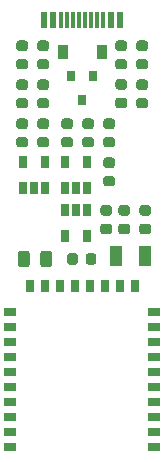
<source format=gbr>
G04 #@! TF.GenerationSoftware,KiCad,Pcbnew,(5.0.0)*
G04 #@! TF.CreationDate,2020-11-30T22:45:23-06:00*
G04 #@! TF.ProjectId,BlueMacro,426C75654D6163726F2E6B696361645F,rev?*
G04 #@! TF.SameCoordinates,Original*
G04 #@! TF.FileFunction,Paste,Top*
G04 #@! TF.FilePolarity,Positive*
%FSLAX46Y46*%
G04 Gerber Fmt 4.6, Leading zero omitted, Abs format (unit mm)*
G04 Created by KiCad (PCBNEW (5.0.0)) date 11/30/20 22:45:23*
%MOMM*%
%LPD*%
G01*
G04 APERTURE LIST*
%ADD10R,0.900000X1.200000*%
%ADD11R,0.300000X1.450000*%
%ADD12R,0.600000X1.450000*%
%ADD13C,0.100000*%
%ADD14C,0.975000*%
%ADD15R,0.800000X0.900000*%
%ADD16R,0.650000X1.060000*%
%ADD17R,1.000000X1.800000*%
%ADD18R,0.650000X1.000000*%
%ADD19R,1.000000X0.650000*%
%ADD20C,0.875000*%
G04 APERTURE END LIST*
D10*
G04 #@! TO.C,D1*
X46610000Y-37084000D03*
X49910000Y-37084000D03*
G04 #@! TD*
D11*
G04 #@! TO.C,J3*
X48510000Y-34365000D03*
X48010000Y-34365000D03*
X47510000Y-34365000D03*
X49010000Y-34365000D03*
X47010000Y-34365000D03*
X49510000Y-34365000D03*
X46510000Y-34365000D03*
X50010000Y-34365000D03*
D12*
X50710000Y-34365000D03*
X45810000Y-34365000D03*
X51485000Y-34365000D03*
X45035000Y-34365000D03*
G04 #@! TD*
D13*
G04 #@! TO.C,L1*
G36*
X43604642Y-53911174D02*
X43628303Y-53914684D01*
X43651507Y-53920496D01*
X43674029Y-53928554D01*
X43695653Y-53938782D01*
X43716170Y-53951079D01*
X43735383Y-53965329D01*
X43753107Y-53981393D01*
X43769171Y-53999117D01*
X43783421Y-54018330D01*
X43795718Y-54038847D01*
X43805946Y-54060471D01*
X43814004Y-54082993D01*
X43819816Y-54106197D01*
X43823326Y-54129858D01*
X43824500Y-54153750D01*
X43824500Y-55066250D01*
X43823326Y-55090142D01*
X43819816Y-55113803D01*
X43814004Y-55137007D01*
X43805946Y-55159529D01*
X43795718Y-55181153D01*
X43783421Y-55201670D01*
X43769171Y-55220883D01*
X43753107Y-55238607D01*
X43735383Y-55254671D01*
X43716170Y-55268921D01*
X43695653Y-55281218D01*
X43674029Y-55291446D01*
X43651507Y-55299504D01*
X43628303Y-55305316D01*
X43604642Y-55308826D01*
X43580750Y-55310000D01*
X43093250Y-55310000D01*
X43069358Y-55308826D01*
X43045697Y-55305316D01*
X43022493Y-55299504D01*
X42999971Y-55291446D01*
X42978347Y-55281218D01*
X42957830Y-55268921D01*
X42938617Y-55254671D01*
X42920893Y-55238607D01*
X42904829Y-55220883D01*
X42890579Y-55201670D01*
X42878282Y-55181153D01*
X42868054Y-55159529D01*
X42859996Y-55137007D01*
X42854184Y-55113803D01*
X42850674Y-55090142D01*
X42849500Y-55066250D01*
X42849500Y-54153750D01*
X42850674Y-54129858D01*
X42854184Y-54106197D01*
X42859996Y-54082993D01*
X42868054Y-54060471D01*
X42878282Y-54038847D01*
X42890579Y-54018330D01*
X42904829Y-53999117D01*
X42920893Y-53981393D01*
X42938617Y-53965329D01*
X42957830Y-53951079D01*
X42978347Y-53938782D01*
X42999971Y-53928554D01*
X43022493Y-53920496D01*
X43045697Y-53914684D01*
X43069358Y-53911174D01*
X43093250Y-53910000D01*
X43580750Y-53910000D01*
X43604642Y-53911174D01*
X43604642Y-53911174D01*
G37*
D14*
X43337000Y-54610000D03*
D13*
G36*
X45479642Y-53911174D02*
X45503303Y-53914684D01*
X45526507Y-53920496D01*
X45549029Y-53928554D01*
X45570653Y-53938782D01*
X45591170Y-53951079D01*
X45610383Y-53965329D01*
X45628107Y-53981393D01*
X45644171Y-53999117D01*
X45658421Y-54018330D01*
X45670718Y-54038847D01*
X45680946Y-54060471D01*
X45689004Y-54082993D01*
X45694816Y-54106197D01*
X45698326Y-54129858D01*
X45699500Y-54153750D01*
X45699500Y-55066250D01*
X45698326Y-55090142D01*
X45694816Y-55113803D01*
X45689004Y-55137007D01*
X45680946Y-55159529D01*
X45670718Y-55181153D01*
X45658421Y-55201670D01*
X45644171Y-55220883D01*
X45628107Y-55238607D01*
X45610383Y-55254671D01*
X45591170Y-55268921D01*
X45570653Y-55281218D01*
X45549029Y-55291446D01*
X45526507Y-55299504D01*
X45503303Y-55305316D01*
X45479642Y-55308826D01*
X45455750Y-55310000D01*
X44968250Y-55310000D01*
X44944358Y-55308826D01*
X44920697Y-55305316D01*
X44897493Y-55299504D01*
X44874971Y-55291446D01*
X44853347Y-55281218D01*
X44832830Y-55268921D01*
X44813617Y-55254671D01*
X44795893Y-55238607D01*
X44779829Y-55220883D01*
X44765579Y-55201670D01*
X44753282Y-55181153D01*
X44743054Y-55159529D01*
X44734996Y-55137007D01*
X44729184Y-55113803D01*
X44725674Y-55090142D01*
X44724500Y-55066250D01*
X44724500Y-54153750D01*
X44725674Y-54129858D01*
X44729184Y-54106197D01*
X44734996Y-54082993D01*
X44743054Y-54060471D01*
X44753282Y-54038847D01*
X44765579Y-54018330D01*
X44779829Y-53999117D01*
X44795893Y-53981393D01*
X44813617Y-53965329D01*
X44832830Y-53951079D01*
X44853347Y-53938782D01*
X44874971Y-53928554D01*
X44897493Y-53920496D01*
X44920697Y-53914684D01*
X44944358Y-53911174D01*
X44968250Y-53910000D01*
X45455750Y-53910000D01*
X45479642Y-53911174D01*
X45479642Y-53911174D01*
G37*
D14*
X45212000Y-54610000D03*
G04 #@! TD*
D15*
G04 #@! TO.C,Q1*
X49210000Y-39132000D03*
X47310000Y-39132000D03*
X48260000Y-41132000D03*
G04 #@! TD*
D16*
G04 #@! TO.C,U1*
X46802000Y-46398000D03*
X48702000Y-46398000D03*
X48702000Y-48598000D03*
X47752000Y-48598000D03*
X46802000Y-48598000D03*
G04 #@! TD*
G04 #@! TO.C,U3*
X48702000Y-50505000D03*
X47752000Y-50505000D03*
X46802000Y-50505000D03*
X46802000Y-52705000D03*
X48702000Y-52705000D03*
G04 #@! TD*
D17*
G04 #@! TO.C,Y1*
X53594000Y-54356000D03*
X51094000Y-54356000D03*
G04 #@! TD*
D18*
G04 #@! TO.C,U2*
X47650000Y-56896000D03*
X43840000Y-56896000D03*
X48920000Y-56896000D03*
X50190000Y-56896000D03*
X51460000Y-56896000D03*
X46380000Y-56896000D03*
X52730000Y-56896000D03*
X45110000Y-56896000D03*
D19*
X42141000Y-59115000D03*
X42141000Y-60385000D03*
X42141000Y-65465000D03*
X42141000Y-61655000D03*
X42141000Y-66735000D03*
X42141000Y-68005000D03*
X42141000Y-69275000D03*
X42141000Y-64195000D03*
X42141000Y-70545000D03*
X42141000Y-62925000D03*
X54379000Y-70545000D03*
X54379000Y-69275000D03*
X54379000Y-68005000D03*
X54379000Y-66735000D03*
X54379000Y-65465000D03*
X54379000Y-64195000D03*
X54379000Y-62925000D03*
X54379000Y-61655000D03*
X54379000Y-60385000D03*
X54379000Y-59115000D03*
G04 #@! TD*
D16*
G04 #@! TO.C,U5*
X43246000Y-48598000D03*
X44196000Y-48598000D03*
X45146000Y-48598000D03*
X45146000Y-46398000D03*
X43246000Y-46398000D03*
G04 #@! TD*
D13*
G04 #@! TO.C,C1*
G36*
X53871691Y-50058553D02*
X53892926Y-50061703D01*
X53913750Y-50066919D01*
X53933962Y-50074151D01*
X53953368Y-50083330D01*
X53971781Y-50094366D01*
X53989024Y-50107154D01*
X54004930Y-50121570D01*
X54019346Y-50137476D01*
X54032134Y-50154719D01*
X54043170Y-50173132D01*
X54052349Y-50192538D01*
X54059581Y-50212750D01*
X54064797Y-50233574D01*
X54067947Y-50254809D01*
X54069000Y-50276250D01*
X54069000Y-50713750D01*
X54067947Y-50735191D01*
X54064797Y-50756426D01*
X54059581Y-50777250D01*
X54052349Y-50797462D01*
X54043170Y-50816868D01*
X54032134Y-50835281D01*
X54019346Y-50852524D01*
X54004930Y-50868430D01*
X53989024Y-50882846D01*
X53971781Y-50895634D01*
X53953368Y-50906670D01*
X53933962Y-50915849D01*
X53913750Y-50923081D01*
X53892926Y-50928297D01*
X53871691Y-50931447D01*
X53850250Y-50932500D01*
X53337750Y-50932500D01*
X53316309Y-50931447D01*
X53295074Y-50928297D01*
X53274250Y-50923081D01*
X53254038Y-50915849D01*
X53234632Y-50906670D01*
X53216219Y-50895634D01*
X53198976Y-50882846D01*
X53183070Y-50868430D01*
X53168654Y-50852524D01*
X53155866Y-50835281D01*
X53144830Y-50816868D01*
X53135651Y-50797462D01*
X53128419Y-50777250D01*
X53123203Y-50756426D01*
X53120053Y-50735191D01*
X53119000Y-50713750D01*
X53119000Y-50276250D01*
X53120053Y-50254809D01*
X53123203Y-50233574D01*
X53128419Y-50212750D01*
X53135651Y-50192538D01*
X53144830Y-50173132D01*
X53155866Y-50154719D01*
X53168654Y-50137476D01*
X53183070Y-50121570D01*
X53198976Y-50107154D01*
X53216219Y-50094366D01*
X53234632Y-50083330D01*
X53254038Y-50074151D01*
X53274250Y-50066919D01*
X53295074Y-50061703D01*
X53316309Y-50058553D01*
X53337750Y-50057500D01*
X53850250Y-50057500D01*
X53871691Y-50058553D01*
X53871691Y-50058553D01*
G37*
D20*
X53594000Y-50495000D03*
D13*
G36*
X53871691Y-51633553D02*
X53892926Y-51636703D01*
X53913750Y-51641919D01*
X53933962Y-51649151D01*
X53953368Y-51658330D01*
X53971781Y-51669366D01*
X53989024Y-51682154D01*
X54004930Y-51696570D01*
X54019346Y-51712476D01*
X54032134Y-51729719D01*
X54043170Y-51748132D01*
X54052349Y-51767538D01*
X54059581Y-51787750D01*
X54064797Y-51808574D01*
X54067947Y-51829809D01*
X54069000Y-51851250D01*
X54069000Y-52288750D01*
X54067947Y-52310191D01*
X54064797Y-52331426D01*
X54059581Y-52352250D01*
X54052349Y-52372462D01*
X54043170Y-52391868D01*
X54032134Y-52410281D01*
X54019346Y-52427524D01*
X54004930Y-52443430D01*
X53989024Y-52457846D01*
X53971781Y-52470634D01*
X53953368Y-52481670D01*
X53933962Y-52490849D01*
X53913750Y-52498081D01*
X53892926Y-52503297D01*
X53871691Y-52506447D01*
X53850250Y-52507500D01*
X53337750Y-52507500D01*
X53316309Y-52506447D01*
X53295074Y-52503297D01*
X53274250Y-52498081D01*
X53254038Y-52490849D01*
X53234632Y-52481670D01*
X53216219Y-52470634D01*
X53198976Y-52457846D01*
X53183070Y-52443430D01*
X53168654Y-52427524D01*
X53155866Y-52410281D01*
X53144830Y-52391868D01*
X53135651Y-52372462D01*
X53128419Y-52352250D01*
X53123203Y-52331426D01*
X53120053Y-52310191D01*
X53119000Y-52288750D01*
X53119000Y-51851250D01*
X53120053Y-51829809D01*
X53123203Y-51808574D01*
X53128419Y-51787750D01*
X53135651Y-51767538D01*
X53144830Y-51748132D01*
X53155866Y-51729719D01*
X53168654Y-51712476D01*
X53183070Y-51696570D01*
X53198976Y-51682154D01*
X53216219Y-51669366D01*
X53234632Y-51658330D01*
X53254038Y-51649151D01*
X53274250Y-51641919D01*
X53295074Y-51636703D01*
X53316309Y-51633553D01*
X53337750Y-51632500D01*
X53850250Y-51632500D01*
X53871691Y-51633553D01*
X53871691Y-51633553D01*
G37*
D20*
X53594000Y-52070000D03*
G04 #@! TD*
D13*
G04 #@! TO.C,C2*
G36*
X52093691Y-51633553D02*
X52114926Y-51636703D01*
X52135750Y-51641919D01*
X52155962Y-51649151D01*
X52175368Y-51658330D01*
X52193781Y-51669366D01*
X52211024Y-51682154D01*
X52226930Y-51696570D01*
X52241346Y-51712476D01*
X52254134Y-51729719D01*
X52265170Y-51748132D01*
X52274349Y-51767538D01*
X52281581Y-51787750D01*
X52286797Y-51808574D01*
X52289947Y-51829809D01*
X52291000Y-51851250D01*
X52291000Y-52288750D01*
X52289947Y-52310191D01*
X52286797Y-52331426D01*
X52281581Y-52352250D01*
X52274349Y-52372462D01*
X52265170Y-52391868D01*
X52254134Y-52410281D01*
X52241346Y-52427524D01*
X52226930Y-52443430D01*
X52211024Y-52457846D01*
X52193781Y-52470634D01*
X52175368Y-52481670D01*
X52155962Y-52490849D01*
X52135750Y-52498081D01*
X52114926Y-52503297D01*
X52093691Y-52506447D01*
X52072250Y-52507500D01*
X51559750Y-52507500D01*
X51538309Y-52506447D01*
X51517074Y-52503297D01*
X51496250Y-52498081D01*
X51476038Y-52490849D01*
X51456632Y-52481670D01*
X51438219Y-52470634D01*
X51420976Y-52457846D01*
X51405070Y-52443430D01*
X51390654Y-52427524D01*
X51377866Y-52410281D01*
X51366830Y-52391868D01*
X51357651Y-52372462D01*
X51350419Y-52352250D01*
X51345203Y-52331426D01*
X51342053Y-52310191D01*
X51341000Y-52288750D01*
X51341000Y-51851250D01*
X51342053Y-51829809D01*
X51345203Y-51808574D01*
X51350419Y-51787750D01*
X51357651Y-51767538D01*
X51366830Y-51748132D01*
X51377866Y-51729719D01*
X51390654Y-51712476D01*
X51405070Y-51696570D01*
X51420976Y-51682154D01*
X51438219Y-51669366D01*
X51456632Y-51658330D01*
X51476038Y-51649151D01*
X51496250Y-51641919D01*
X51517074Y-51636703D01*
X51538309Y-51633553D01*
X51559750Y-51632500D01*
X52072250Y-51632500D01*
X52093691Y-51633553D01*
X52093691Y-51633553D01*
G37*
D20*
X51816000Y-52070000D03*
D13*
G36*
X52093691Y-50058553D02*
X52114926Y-50061703D01*
X52135750Y-50066919D01*
X52155962Y-50074151D01*
X52175368Y-50083330D01*
X52193781Y-50094366D01*
X52211024Y-50107154D01*
X52226930Y-50121570D01*
X52241346Y-50137476D01*
X52254134Y-50154719D01*
X52265170Y-50173132D01*
X52274349Y-50192538D01*
X52281581Y-50212750D01*
X52286797Y-50233574D01*
X52289947Y-50254809D01*
X52291000Y-50276250D01*
X52291000Y-50713750D01*
X52289947Y-50735191D01*
X52286797Y-50756426D01*
X52281581Y-50777250D01*
X52274349Y-50797462D01*
X52265170Y-50816868D01*
X52254134Y-50835281D01*
X52241346Y-50852524D01*
X52226930Y-50868430D01*
X52211024Y-50882846D01*
X52193781Y-50895634D01*
X52175368Y-50906670D01*
X52155962Y-50915849D01*
X52135750Y-50923081D01*
X52114926Y-50928297D01*
X52093691Y-50931447D01*
X52072250Y-50932500D01*
X51559750Y-50932500D01*
X51538309Y-50931447D01*
X51517074Y-50928297D01*
X51496250Y-50923081D01*
X51476038Y-50915849D01*
X51456632Y-50906670D01*
X51438219Y-50895634D01*
X51420976Y-50882846D01*
X51405070Y-50868430D01*
X51390654Y-50852524D01*
X51377866Y-50835281D01*
X51366830Y-50816868D01*
X51357651Y-50797462D01*
X51350419Y-50777250D01*
X51345203Y-50756426D01*
X51342053Y-50735191D01*
X51341000Y-50713750D01*
X51341000Y-50276250D01*
X51342053Y-50254809D01*
X51345203Y-50233574D01*
X51350419Y-50212750D01*
X51357651Y-50192538D01*
X51366830Y-50173132D01*
X51377866Y-50154719D01*
X51390654Y-50137476D01*
X51405070Y-50121570D01*
X51420976Y-50107154D01*
X51438219Y-50094366D01*
X51456632Y-50083330D01*
X51476038Y-50074151D01*
X51496250Y-50066919D01*
X51517074Y-50061703D01*
X51538309Y-50058553D01*
X51559750Y-50057500D01*
X52072250Y-50057500D01*
X52093691Y-50058553D01*
X52093691Y-50058553D01*
G37*
D20*
X51816000Y-50495000D03*
G04 #@! TD*
D13*
G04 #@! TO.C,C3*
G36*
X50569691Y-50058553D02*
X50590926Y-50061703D01*
X50611750Y-50066919D01*
X50631962Y-50074151D01*
X50651368Y-50083330D01*
X50669781Y-50094366D01*
X50687024Y-50107154D01*
X50702930Y-50121570D01*
X50717346Y-50137476D01*
X50730134Y-50154719D01*
X50741170Y-50173132D01*
X50750349Y-50192538D01*
X50757581Y-50212750D01*
X50762797Y-50233574D01*
X50765947Y-50254809D01*
X50767000Y-50276250D01*
X50767000Y-50713750D01*
X50765947Y-50735191D01*
X50762797Y-50756426D01*
X50757581Y-50777250D01*
X50750349Y-50797462D01*
X50741170Y-50816868D01*
X50730134Y-50835281D01*
X50717346Y-50852524D01*
X50702930Y-50868430D01*
X50687024Y-50882846D01*
X50669781Y-50895634D01*
X50651368Y-50906670D01*
X50631962Y-50915849D01*
X50611750Y-50923081D01*
X50590926Y-50928297D01*
X50569691Y-50931447D01*
X50548250Y-50932500D01*
X50035750Y-50932500D01*
X50014309Y-50931447D01*
X49993074Y-50928297D01*
X49972250Y-50923081D01*
X49952038Y-50915849D01*
X49932632Y-50906670D01*
X49914219Y-50895634D01*
X49896976Y-50882846D01*
X49881070Y-50868430D01*
X49866654Y-50852524D01*
X49853866Y-50835281D01*
X49842830Y-50816868D01*
X49833651Y-50797462D01*
X49826419Y-50777250D01*
X49821203Y-50756426D01*
X49818053Y-50735191D01*
X49817000Y-50713750D01*
X49817000Y-50276250D01*
X49818053Y-50254809D01*
X49821203Y-50233574D01*
X49826419Y-50212750D01*
X49833651Y-50192538D01*
X49842830Y-50173132D01*
X49853866Y-50154719D01*
X49866654Y-50137476D01*
X49881070Y-50121570D01*
X49896976Y-50107154D01*
X49914219Y-50094366D01*
X49932632Y-50083330D01*
X49952038Y-50074151D01*
X49972250Y-50066919D01*
X49993074Y-50061703D01*
X50014309Y-50058553D01*
X50035750Y-50057500D01*
X50548250Y-50057500D01*
X50569691Y-50058553D01*
X50569691Y-50058553D01*
G37*
D20*
X50292000Y-50495000D03*
D13*
G36*
X50569691Y-51633553D02*
X50590926Y-51636703D01*
X50611750Y-51641919D01*
X50631962Y-51649151D01*
X50651368Y-51658330D01*
X50669781Y-51669366D01*
X50687024Y-51682154D01*
X50702930Y-51696570D01*
X50717346Y-51712476D01*
X50730134Y-51729719D01*
X50741170Y-51748132D01*
X50750349Y-51767538D01*
X50757581Y-51787750D01*
X50762797Y-51808574D01*
X50765947Y-51829809D01*
X50767000Y-51851250D01*
X50767000Y-52288750D01*
X50765947Y-52310191D01*
X50762797Y-52331426D01*
X50757581Y-52352250D01*
X50750349Y-52372462D01*
X50741170Y-52391868D01*
X50730134Y-52410281D01*
X50717346Y-52427524D01*
X50702930Y-52443430D01*
X50687024Y-52457846D01*
X50669781Y-52470634D01*
X50651368Y-52481670D01*
X50631962Y-52490849D01*
X50611750Y-52498081D01*
X50590926Y-52503297D01*
X50569691Y-52506447D01*
X50548250Y-52507500D01*
X50035750Y-52507500D01*
X50014309Y-52506447D01*
X49993074Y-52503297D01*
X49972250Y-52498081D01*
X49952038Y-52490849D01*
X49932632Y-52481670D01*
X49914219Y-52470634D01*
X49896976Y-52457846D01*
X49881070Y-52443430D01*
X49866654Y-52427524D01*
X49853866Y-52410281D01*
X49842830Y-52391868D01*
X49833651Y-52372462D01*
X49826419Y-52352250D01*
X49821203Y-52331426D01*
X49818053Y-52310191D01*
X49817000Y-52288750D01*
X49817000Y-51851250D01*
X49818053Y-51829809D01*
X49821203Y-51808574D01*
X49826419Y-51787750D01*
X49833651Y-51767538D01*
X49842830Y-51748132D01*
X49853866Y-51729719D01*
X49866654Y-51712476D01*
X49881070Y-51696570D01*
X49896976Y-51682154D01*
X49914219Y-51669366D01*
X49932632Y-51658330D01*
X49952038Y-51649151D01*
X49972250Y-51641919D01*
X49993074Y-51636703D01*
X50014309Y-51633553D01*
X50035750Y-51632500D01*
X50548250Y-51632500D01*
X50569691Y-51633553D01*
X50569691Y-51633553D01*
G37*
D20*
X50292000Y-52070000D03*
G04 #@! TD*
D13*
G04 #@! TO.C,C4*
G36*
X50823691Y-44293053D02*
X50844926Y-44296203D01*
X50865750Y-44301419D01*
X50885962Y-44308651D01*
X50905368Y-44317830D01*
X50923781Y-44328866D01*
X50941024Y-44341654D01*
X50956930Y-44356070D01*
X50971346Y-44371976D01*
X50984134Y-44389219D01*
X50995170Y-44407632D01*
X51004349Y-44427038D01*
X51011581Y-44447250D01*
X51016797Y-44468074D01*
X51019947Y-44489309D01*
X51021000Y-44510750D01*
X51021000Y-44948250D01*
X51019947Y-44969691D01*
X51016797Y-44990926D01*
X51011581Y-45011750D01*
X51004349Y-45031962D01*
X50995170Y-45051368D01*
X50984134Y-45069781D01*
X50971346Y-45087024D01*
X50956930Y-45102930D01*
X50941024Y-45117346D01*
X50923781Y-45130134D01*
X50905368Y-45141170D01*
X50885962Y-45150349D01*
X50865750Y-45157581D01*
X50844926Y-45162797D01*
X50823691Y-45165947D01*
X50802250Y-45167000D01*
X50289750Y-45167000D01*
X50268309Y-45165947D01*
X50247074Y-45162797D01*
X50226250Y-45157581D01*
X50206038Y-45150349D01*
X50186632Y-45141170D01*
X50168219Y-45130134D01*
X50150976Y-45117346D01*
X50135070Y-45102930D01*
X50120654Y-45087024D01*
X50107866Y-45069781D01*
X50096830Y-45051368D01*
X50087651Y-45031962D01*
X50080419Y-45011750D01*
X50075203Y-44990926D01*
X50072053Y-44969691D01*
X50071000Y-44948250D01*
X50071000Y-44510750D01*
X50072053Y-44489309D01*
X50075203Y-44468074D01*
X50080419Y-44447250D01*
X50087651Y-44427038D01*
X50096830Y-44407632D01*
X50107866Y-44389219D01*
X50120654Y-44371976D01*
X50135070Y-44356070D01*
X50150976Y-44341654D01*
X50168219Y-44328866D01*
X50186632Y-44317830D01*
X50206038Y-44308651D01*
X50226250Y-44301419D01*
X50247074Y-44296203D01*
X50268309Y-44293053D01*
X50289750Y-44292000D01*
X50802250Y-44292000D01*
X50823691Y-44293053D01*
X50823691Y-44293053D01*
G37*
D20*
X50546000Y-44729500D03*
D13*
G36*
X50823691Y-42718053D02*
X50844926Y-42721203D01*
X50865750Y-42726419D01*
X50885962Y-42733651D01*
X50905368Y-42742830D01*
X50923781Y-42753866D01*
X50941024Y-42766654D01*
X50956930Y-42781070D01*
X50971346Y-42796976D01*
X50984134Y-42814219D01*
X50995170Y-42832632D01*
X51004349Y-42852038D01*
X51011581Y-42872250D01*
X51016797Y-42893074D01*
X51019947Y-42914309D01*
X51021000Y-42935750D01*
X51021000Y-43373250D01*
X51019947Y-43394691D01*
X51016797Y-43415926D01*
X51011581Y-43436750D01*
X51004349Y-43456962D01*
X50995170Y-43476368D01*
X50984134Y-43494781D01*
X50971346Y-43512024D01*
X50956930Y-43527930D01*
X50941024Y-43542346D01*
X50923781Y-43555134D01*
X50905368Y-43566170D01*
X50885962Y-43575349D01*
X50865750Y-43582581D01*
X50844926Y-43587797D01*
X50823691Y-43590947D01*
X50802250Y-43592000D01*
X50289750Y-43592000D01*
X50268309Y-43590947D01*
X50247074Y-43587797D01*
X50226250Y-43582581D01*
X50206038Y-43575349D01*
X50186632Y-43566170D01*
X50168219Y-43555134D01*
X50150976Y-43542346D01*
X50135070Y-43527930D01*
X50120654Y-43512024D01*
X50107866Y-43494781D01*
X50096830Y-43476368D01*
X50087651Y-43456962D01*
X50080419Y-43436750D01*
X50075203Y-43415926D01*
X50072053Y-43394691D01*
X50071000Y-43373250D01*
X50071000Y-42935750D01*
X50072053Y-42914309D01*
X50075203Y-42893074D01*
X50080419Y-42872250D01*
X50087651Y-42852038D01*
X50096830Y-42832632D01*
X50107866Y-42814219D01*
X50120654Y-42796976D01*
X50135070Y-42781070D01*
X50150976Y-42766654D01*
X50168219Y-42753866D01*
X50186632Y-42742830D01*
X50206038Y-42733651D01*
X50226250Y-42726419D01*
X50247074Y-42721203D01*
X50268309Y-42718053D01*
X50289750Y-42717000D01*
X50802250Y-42717000D01*
X50823691Y-42718053D01*
X50823691Y-42718053D01*
G37*
D20*
X50546000Y-43154500D03*
G04 #@! TD*
D13*
G04 #@! TO.C,C5*
G36*
X47687191Y-54136053D02*
X47708426Y-54139203D01*
X47729250Y-54144419D01*
X47749462Y-54151651D01*
X47768868Y-54160830D01*
X47787281Y-54171866D01*
X47804524Y-54184654D01*
X47820430Y-54199070D01*
X47834846Y-54214976D01*
X47847634Y-54232219D01*
X47858670Y-54250632D01*
X47867849Y-54270038D01*
X47875081Y-54290250D01*
X47880297Y-54311074D01*
X47883447Y-54332309D01*
X47884500Y-54353750D01*
X47884500Y-54866250D01*
X47883447Y-54887691D01*
X47880297Y-54908926D01*
X47875081Y-54929750D01*
X47867849Y-54949962D01*
X47858670Y-54969368D01*
X47847634Y-54987781D01*
X47834846Y-55005024D01*
X47820430Y-55020930D01*
X47804524Y-55035346D01*
X47787281Y-55048134D01*
X47768868Y-55059170D01*
X47749462Y-55068349D01*
X47729250Y-55075581D01*
X47708426Y-55080797D01*
X47687191Y-55083947D01*
X47665750Y-55085000D01*
X47228250Y-55085000D01*
X47206809Y-55083947D01*
X47185574Y-55080797D01*
X47164750Y-55075581D01*
X47144538Y-55068349D01*
X47125132Y-55059170D01*
X47106719Y-55048134D01*
X47089476Y-55035346D01*
X47073570Y-55020930D01*
X47059154Y-55005024D01*
X47046366Y-54987781D01*
X47035330Y-54969368D01*
X47026151Y-54949962D01*
X47018919Y-54929750D01*
X47013703Y-54908926D01*
X47010553Y-54887691D01*
X47009500Y-54866250D01*
X47009500Y-54353750D01*
X47010553Y-54332309D01*
X47013703Y-54311074D01*
X47018919Y-54290250D01*
X47026151Y-54270038D01*
X47035330Y-54250632D01*
X47046366Y-54232219D01*
X47059154Y-54214976D01*
X47073570Y-54199070D01*
X47089476Y-54184654D01*
X47106719Y-54171866D01*
X47125132Y-54160830D01*
X47144538Y-54151651D01*
X47164750Y-54144419D01*
X47185574Y-54139203D01*
X47206809Y-54136053D01*
X47228250Y-54135000D01*
X47665750Y-54135000D01*
X47687191Y-54136053D01*
X47687191Y-54136053D01*
G37*
D20*
X47447000Y-54610000D03*
D13*
G36*
X49262191Y-54136053D02*
X49283426Y-54139203D01*
X49304250Y-54144419D01*
X49324462Y-54151651D01*
X49343868Y-54160830D01*
X49362281Y-54171866D01*
X49379524Y-54184654D01*
X49395430Y-54199070D01*
X49409846Y-54214976D01*
X49422634Y-54232219D01*
X49433670Y-54250632D01*
X49442849Y-54270038D01*
X49450081Y-54290250D01*
X49455297Y-54311074D01*
X49458447Y-54332309D01*
X49459500Y-54353750D01*
X49459500Y-54866250D01*
X49458447Y-54887691D01*
X49455297Y-54908926D01*
X49450081Y-54929750D01*
X49442849Y-54949962D01*
X49433670Y-54969368D01*
X49422634Y-54987781D01*
X49409846Y-55005024D01*
X49395430Y-55020930D01*
X49379524Y-55035346D01*
X49362281Y-55048134D01*
X49343868Y-55059170D01*
X49324462Y-55068349D01*
X49304250Y-55075581D01*
X49283426Y-55080797D01*
X49262191Y-55083947D01*
X49240750Y-55085000D01*
X48803250Y-55085000D01*
X48781809Y-55083947D01*
X48760574Y-55080797D01*
X48739750Y-55075581D01*
X48719538Y-55068349D01*
X48700132Y-55059170D01*
X48681719Y-55048134D01*
X48664476Y-55035346D01*
X48648570Y-55020930D01*
X48634154Y-55005024D01*
X48621366Y-54987781D01*
X48610330Y-54969368D01*
X48601151Y-54949962D01*
X48593919Y-54929750D01*
X48588703Y-54908926D01*
X48585553Y-54887691D01*
X48584500Y-54866250D01*
X48584500Y-54353750D01*
X48585553Y-54332309D01*
X48588703Y-54311074D01*
X48593919Y-54290250D01*
X48601151Y-54270038D01*
X48610330Y-54250632D01*
X48621366Y-54232219D01*
X48634154Y-54214976D01*
X48648570Y-54199070D01*
X48664476Y-54184654D01*
X48681719Y-54171866D01*
X48700132Y-54160830D01*
X48719538Y-54151651D01*
X48739750Y-54144419D01*
X48760574Y-54139203D01*
X48781809Y-54136053D01*
X48803250Y-54135000D01*
X49240750Y-54135000D01*
X49262191Y-54136053D01*
X49262191Y-54136053D01*
G37*
D20*
X49022000Y-54610000D03*
G04 #@! TD*
D13*
G04 #@! TO.C,C6*
G36*
X47267691Y-42718053D02*
X47288926Y-42721203D01*
X47309750Y-42726419D01*
X47329962Y-42733651D01*
X47349368Y-42742830D01*
X47367781Y-42753866D01*
X47385024Y-42766654D01*
X47400930Y-42781070D01*
X47415346Y-42796976D01*
X47428134Y-42814219D01*
X47439170Y-42832632D01*
X47448349Y-42852038D01*
X47455581Y-42872250D01*
X47460797Y-42893074D01*
X47463947Y-42914309D01*
X47465000Y-42935750D01*
X47465000Y-43373250D01*
X47463947Y-43394691D01*
X47460797Y-43415926D01*
X47455581Y-43436750D01*
X47448349Y-43456962D01*
X47439170Y-43476368D01*
X47428134Y-43494781D01*
X47415346Y-43512024D01*
X47400930Y-43527930D01*
X47385024Y-43542346D01*
X47367781Y-43555134D01*
X47349368Y-43566170D01*
X47329962Y-43575349D01*
X47309750Y-43582581D01*
X47288926Y-43587797D01*
X47267691Y-43590947D01*
X47246250Y-43592000D01*
X46733750Y-43592000D01*
X46712309Y-43590947D01*
X46691074Y-43587797D01*
X46670250Y-43582581D01*
X46650038Y-43575349D01*
X46630632Y-43566170D01*
X46612219Y-43555134D01*
X46594976Y-43542346D01*
X46579070Y-43527930D01*
X46564654Y-43512024D01*
X46551866Y-43494781D01*
X46540830Y-43476368D01*
X46531651Y-43456962D01*
X46524419Y-43436750D01*
X46519203Y-43415926D01*
X46516053Y-43394691D01*
X46515000Y-43373250D01*
X46515000Y-42935750D01*
X46516053Y-42914309D01*
X46519203Y-42893074D01*
X46524419Y-42872250D01*
X46531651Y-42852038D01*
X46540830Y-42832632D01*
X46551866Y-42814219D01*
X46564654Y-42796976D01*
X46579070Y-42781070D01*
X46594976Y-42766654D01*
X46612219Y-42753866D01*
X46630632Y-42742830D01*
X46650038Y-42733651D01*
X46670250Y-42726419D01*
X46691074Y-42721203D01*
X46712309Y-42718053D01*
X46733750Y-42717000D01*
X47246250Y-42717000D01*
X47267691Y-42718053D01*
X47267691Y-42718053D01*
G37*
D20*
X46990000Y-43154500D03*
D13*
G36*
X47267691Y-44293053D02*
X47288926Y-44296203D01*
X47309750Y-44301419D01*
X47329962Y-44308651D01*
X47349368Y-44317830D01*
X47367781Y-44328866D01*
X47385024Y-44341654D01*
X47400930Y-44356070D01*
X47415346Y-44371976D01*
X47428134Y-44389219D01*
X47439170Y-44407632D01*
X47448349Y-44427038D01*
X47455581Y-44447250D01*
X47460797Y-44468074D01*
X47463947Y-44489309D01*
X47465000Y-44510750D01*
X47465000Y-44948250D01*
X47463947Y-44969691D01*
X47460797Y-44990926D01*
X47455581Y-45011750D01*
X47448349Y-45031962D01*
X47439170Y-45051368D01*
X47428134Y-45069781D01*
X47415346Y-45087024D01*
X47400930Y-45102930D01*
X47385024Y-45117346D01*
X47367781Y-45130134D01*
X47349368Y-45141170D01*
X47329962Y-45150349D01*
X47309750Y-45157581D01*
X47288926Y-45162797D01*
X47267691Y-45165947D01*
X47246250Y-45167000D01*
X46733750Y-45167000D01*
X46712309Y-45165947D01*
X46691074Y-45162797D01*
X46670250Y-45157581D01*
X46650038Y-45150349D01*
X46630632Y-45141170D01*
X46612219Y-45130134D01*
X46594976Y-45117346D01*
X46579070Y-45102930D01*
X46564654Y-45087024D01*
X46551866Y-45069781D01*
X46540830Y-45051368D01*
X46531651Y-45031962D01*
X46524419Y-45011750D01*
X46519203Y-44990926D01*
X46516053Y-44969691D01*
X46515000Y-44948250D01*
X46515000Y-44510750D01*
X46516053Y-44489309D01*
X46519203Y-44468074D01*
X46524419Y-44447250D01*
X46531651Y-44427038D01*
X46540830Y-44407632D01*
X46551866Y-44389219D01*
X46564654Y-44371976D01*
X46579070Y-44356070D01*
X46594976Y-44341654D01*
X46612219Y-44328866D01*
X46630632Y-44317830D01*
X46650038Y-44308651D01*
X46670250Y-44301419D01*
X46691074Y-44296203D01*
X46712309Y-44293053D01*
X46733750Y-44292000D01*
X47246250Y-44292000D01*
X47267691Y-44293053D01*
X47267691Y-44293053D01*
G37*
D20*
X46990000Y-44729500D03*
G04 #@! TD*
D13*
G04 #@! TO.C,D2*
G36*
X45235691Y-40991053D02*
X45256926Y-40994203D01*
X45277750Y-40999419D01*
X45297962Y-41006651D01*
X45317368Y-41015830D01*
X45335781Y-41026866D01*
X45353024Y-41039654D01*
X45368930Y-41054070D01*
X45383346Y-41069976D01*
X45396134Y-41087219D01*
X45407170Y-41105632D01*
X45416349Y-41125038D01*
X45423581Y-41145250D01*
X45428797Y-41166074D01*
X45431947Y-41187309D01*
X45433000Y-41208750D01*
X45433000Y-41646250D01*
X45431947Y-41667691D01*
X45428797Y-41688926D01*
X45423581Y-41709750D01*
X45416349Y-41729962D01*
X45407170Y-41749368D01*
X45396134Y-41767781D01*
X45383346Y-41785024D01*
X45368930Y-41800930D01*
X45353024Y-41815346D01*
X45335781Y-41828134D01*
X45317368Y-41839170D01*
X45297962Y-41848349D01*
X45277750Y-41855581D01*
X45256926Y-41860797D01*
X45235691Y-41863947D01*
X45214250Y-41865000D01*
X44701750Y-41865000D01*
X44680309Y-41863947D01*
X44659074Y-41860797D01*
X44638250Y-41855581D01*
X44618038Y-41848349D01*
X44598632Y-41839170D01*
X44580219Y-41828134D01*
X44562976Y-41815346D01*
X44547070Y-41800930D01*
X44532654Y-41785024D01*
X44519866Y-41767781D01*
X44508830Y-41749368D01*
X44499651Y-41729962D01*
X44492419Y-41709750D01*
X44487203Y-41688926D01*
X44484053Y-41667691D01*
X44483000Y-41646250D01*
X44483000Y-41208750D01*
X44484053Y-41187309D01*
X44487203Y-41166074D01*
X44492419Y-41145250D01*
X44499651Y-41125038D01*
X44508830Y-41105632D01*
X44519866Y-41087219D01*
X44532654Y-41069976D01*
X44547070Y-41054070D01*
X44562976Y-41039654D01*
X44580219Y-41026866D01*
X44598632Y-41015830D01*
X44618038Y-41006651D01*
X44638250Y-40999419D01*
X44659074Y-40994203D01*
X44680309Y-40991053D01*
X44701750Y-40990000D01*
X45214250Y-40990000D01*
X45235691Y-40991053D01*
X45235691Y-40991053D01*
G37*
D20*
X44958000Y-41427500D03*
D13*
G36*
X45235691Y-39416053D02*
X45256926Y-39419203D01*
X45277750Y-39424419D01*
X45297962Y-39431651D01*
X45317368Y-39440830D01*
X45335781Y-39451866D01*
X45353024Y-39464654D01*
X45368930Y-39479070D01*
X45383346Y-39494976D01*
X45396134Y-39512219D01*
X45407170Y-39530632D01*
X45416349Y-39550038D01*
X45423581Y-39570250D01*
X45428797Y-39591074D01*
X45431947Y-39612309D01*
X45433000Y-39633750D01*
X45433000Y-40071250D01*
X45431947Y-40092691D01*
X45428797Y-40113926D01*
X45423581Y-40134750D01*
X45416349Y-40154962D01*
X45407170Y-40174368D01*
X45396134Y-40192781D01*
X45383346Y-40210024D01*
X45368930Y-40225930D01*
X45353024Y-40240346D01*
X45335781Y-40253134D01*
X45317368Y-40264170D01*
X45297962Y-40273349D01*
X45277750Y-40280581D01*
X45256926Y-40285797D01*
X45235691Y-40288947D01*
X45214250Y-40290000D01*
X44701750Y-40290000D01*
X44680309Y-40288947D01*
X44659074Y-40285797D01*
X44638250Y-40280581D01*
X44618038Y-40273349D01*
X44598632Y-40264170D01*
X44580219Y-40253134D01*
X44562976Y-40240346D01*
X44547070Y-40225930D01*
X44532654Y-40210024D01*
X44519866Y-40192781D01*
X44508830Y-40174368D01*
X44499651Y-40154962D01*
X44492419Y-40134750D01*
X44487203Y-40113926D01*
X44484053Y-40092691D01*
X44483000Y-40071250D01*
X44483000Y-39633750D01*
X44484053Y-39612309D01*
X44487203Y-39591074D01*
X44492419Y-39570250D01*
X44499651Y-39550038D01*
X44508830Y-39530632D01*
X44519866Y-39512219D01*
X44532654Y-39494976D01*
X44547070Y-39479070D01*
X44562976Y-39464654D01*
X44580219Y-39451866D01*
X44598632Y-39440830D01*
X44618038Y-39431651D01*
X44638250Y-39424419D01*
X44659074Y-39419203D01*
X44680309Y-39416053D01*
X44701750Y-39415000D01*
X45214250Y-39415000D01*
X45235691Y-39416053D01*
X45235691Y-39416053D01*
G37*
D20*
X44958000Y-39852500D03*
G04 #@! TD*
D13*
G04 #@! TO.C,D3*
G36*
X43457691Y-36114053D02*
X43478926Y-36117203D01*
X43499750Y-36122419D01*
X43519962Y-36129651D01*
X43539368Y-36138830D01*
X43557781Y-36149866D01*
X43575024Y-36162654D01*
X43590930Y-36177070D01*
X43605346Y-36192976D01*
X43618134Y-36210219D01*
X43629170Y-36228632D01*
X43638349Y-36248038D01*
X43645581Y-36268250D01*
X43650797Y-36289074D01*
X43653947Y-36310309D01*
X43655000Y-36331750D01*
X43655000Y-36769250D01*
X43653947Y-36790691D01*
X43650797Y-36811926D01*
X43645581Y-36832750D01*
X43638349Y-36852962D01*
X43629170Y-36872368D01*
X43618134Y-36890781D01*
X43605346Y-36908024D01*
X43590930Y-36923930D01*
X43575024Y-36938346D01*
X43557781Y-36951134D01*
X43539368Y-36962170D01*
X43519962Y-36971349D01*
X43499750Y-36978581D01*
X43478926Y-36983797D01*
X43457691Y-36986947D01*
X43436250Y-36988000D01*
X42923750Y-36988000D01*
X42902309Y-36986947D01*
X42881074Y-36983797D01*
X42860250Y-36978581D01*
X42840038Y-36971349D01*
X42820632Y-36962170D01*
X42802219Y-36951134D01*
X42784976Y-36938346D01*
X42769070Y-36923930D01*
X42754654Y-36908024D01*
X42741866Y-36890781D01*
X42730830Y-36872368D01*
X42721651Y-36852962D01*
X42714419Y-36832750D01*
X42709203Y-36811926D01*
X42706053Y-36790691D01*
X42705000Y-36769250D01*
X42705000Y-36331750D01*
X42706053Y-36310309D01*
X42709203Y-36289074D01*
X42714419Y-36268250D01*
X42721651Y-36248038D01*
X42730830Y-36228632D01*
X42741866Y-36210219D01*
X42754654Y-36192976D01*
X42769070Y-36177070D01*
X42784976Y-36162654D01*
X42802219Y-36149866D01*
X42820632Y-36138830D01*
X42840038Y-36129651D01*
X42860250Y-36122419D01*
X42881074Y-36117203D01*
X42902309Y-36114053D01*
X42923750Y-36113000D01*
X43436250Y-36113000D01*
X43457691Y-36114053D01*
X43457691Y-36114053D01*
G37*
D20*
X43180000Y-36550500D03*
D13*
G36*
X43457691Y-37689053D02*
X43478926Y-37692203D01*
X43499750Y-37697419D01*
X43519962Y-37704651D01*
X43539368Y-37713830D01*
X43557781Y-37724866D01*
X43575024Y-37737654D01*
X43590930Y-37752070D01*
X43605346Y-37767976D01*
X43618134Y-37785219D01*
X43629170Y-37803632D01*
X43638349Y-37823038D01*
X43645581Y-37843250D01*
X43650797Y-37864074D01*
X43653947Y-37885309D01*
X43655000Y-37906750D01*
X43655000Y-38344250D01*
X43653947Y-38365691D01*
X43650797Y-38386926D01*
X43645581Y-38407750D01*
X43638349Y-38427962D01*
X43629170Y-38447368D01*
X43618134Y-38465781D01*
X43605346Y-38483024D01*
X43590930Y-38498930D01*
X43575024Y-38513346D01*
X43557781Y-38526134D01*
X43539368Y-38537170D01*
X43519962Y-38546349D01*
X43499750Y-38553581D01*
X43478926Y-38558797D01*
X43457691Y-38561947D01*
X43436250Y-38563000D01*
X42923750Y-38563000D01*
X42902309Y-38561947D01*
X42881074Y-38558797D01*
X42860250Y-38553581D01*
X42840038Y-38546349D01*
X42820632Y-38537170D01*
X42802219Y-38526134D01*
X42784976Y-38513346D01*
X42769070Y-38498930D01*
X42754654Y-38483024D01*
X42741866Y-38465781D01*
X42730830Y-38447368D01*
X42721651Y-38427962D01*
X42714419Y-38407750D01*
X42709203Y-38386926D01*
X42706053Y-38365691D01*
X42705000Y-38344250D01*
X42705000Y-37906750D01*
X42706053Y-37885309D01*
X42709203Y-37864074D01*
X42714419Y-37843250D01*
X42721651Y-37823038D01*
X42730830Y-37803632D01*
X42741866Y-37785219D01*
X42754654Y-37767976D01*
X42769070Y-37752070D01*
X42784976Y-37737654D01*
X42802219Y-37724866D01*
X42820632Y-37713830D01*
X42840038Y-37704651D01*
X42860250Y-37697419D01*
X42881074Y-37692203D01*
X42902309Y-37689053D01*
X42923750Y-37688000D01*
X43436250Y-37688000D01*
X43457691Y-37689053D01*
X43457691Y-37689053D01*
G37*
D20*
X43180000Y-38125500D03*
G04 #@! TD*
D13*
G04 #@! TO.C,D4*
G36*
X53617691Y-37689053D02*
X53638926Y-37692203D01*
X53659750Y-37697419D01*
X53679962Y-37704651D01*
X53699368Y-37713830D01*
X53717781Y-37724866D01*
X53735024Y-37737654D01*
X53750930Y-37752070D01*
X53765346Y-37767976D01*
X53778134Y-37785219D01*
X53789170Y-37803632D01*
X53798349Y-37823038D01*
X53805581Y-37843250D01*
X53810797Y-37864074D01*
X53813947Y-37885309D01*
X53815000Y-37906750D01*
X53815000Y-38344250D01*
X53813947Y-38365691D01*
X53810797Y-38386926D01*
X53805581Y-38407750D01*
X53798349Y-38427962D01*
X53789170Y-38447368D01*
X53778134Y-38465781D01*
X53765346Y-38483024D01*
X53750930Y-38498930D01*
X53735024Y-38513346D01*
X53717781Y-38526134D01*
X53699368Y-38537170D01*
X53679962Y-38546349D01*
X53659750Y-38553581D01*
X53638926Y-38558797D01*
X53617691Y-38561947D01*
X53596250Y-38563000D01*
X53083750Y-38563000D01*
X53062309Y-38561947D01*
X53041074Y-38558797D01*
X53020250Y-38553581D01*
X53000038Y-38546349D01*
X52980632Y-38537170D01*
X52962219Y-38526134D01*
X52944976Y-38513346D01*
X52929070Y-38498930D01*
X52914654Y-38483024D01*
X52901866Y-38465781D01*
X52890830Y-38447368D01*
X52881651Y-38427962D01*
X52874419Y-38407750D01*
X52869203Y-38386926D01*
X52866053Y-38365691D01*
X52865000Y-38344250D01*
X52865000Y-37906750D01*
X52866053Y-37885309D01*
X52869203Y-37864074D01*
X52874419Y-37843250D01*
X52881651Y-37823038D01*
X52890830Y-37803632D01*
X52901866Y-37785219D01*
X52914654Y-37767976D01*
X52929070Y-37752070D01*
X52944976Y-37737654D01*
X52962219Y-37724866D01*
X52980632Y-37713830D01*
X53000038Y-37704651D01*
X53020250Y-37697419D01*
X53041074Y-37692203D01*
X53062309Y-37689053D01*
X53083750Y-37688000D01*
X53596250Y-37688000D01*
X53617691Y-37689053D01*
X53617691Y-37689053D01*
G37*
D20*
X53340000Y-38125500D03*
D13*
G36*
X53617691Y-36114053D02*
X53638926Y-36117203D01*
X53659750Y-36122419D01*
X53679962Y-36129651D01*
X53699368Y-36138830D01*
X53717781Y-36149866D01*
X53735024Y-36162654D01*
X53750930Y-36177070D01*
X53765346Y-36192976D01*
X53778134Y-36210219D01*
X53789170Y-36228632D01*
X53798349Y-36248038D01*
X53805581Y-36268250D01*
X53810797Y-36289074D01*
X53813947Y-36310309D01*
X53815000Y-36331750D01*
X53815000Y-36769250D01*
X53813947Y-36790691D01*
X53810797Y-36811926D01*
X53805581Y-36832750D01*
X53798349Y-36852962D01*
X53789170Y-36872368D01*
X53778134Y-36890781D01*
X53765346Y-36908024D01*
X53750930Y-36923930D01*
X53735024Y-36938346D01*
X53717781Y-36951134D01*
X53699368Y-36962170D01*
X53679962Y-36971349D01*
X53659750Y-36978581D01*
X53638926Y-36983797D01*
X53617691Y-36986947D01*
X53596250Y-36988000D01*
X53083750Y-36988000D01*
X53062309Y-36986947D01*
X53041074Y-36983797D01*
X53020250Y-36978581D01*
X53000038Y-36971349D01*
X52980632Y-36962170D01*
X52962219Y-36951134D01*
X52944976Y-36938346D01*
X52929070Y-36923930D01*
X52914654Y-36908024D01*
X52901866Y-36890781D01*
X52890830Y-36872368D01*
X52881651Y-36852962D01*
X52874419Y-36832750D01*
X52869203Y-36811926D01*
X52866053Y-36790691D01*
X52865000Y-36769250D01*
X52865000Y-36331750D01*
X52866053Y-36310309D01*
X52869203Y-36289074D01*
X52874419Y-36268250D01*
X52881651Y-36248038D01*
X52890830Y-36228632D01*
X52901866Y-36210219D01*
X52914654Y-36192976D01*
X52929070Y-36177070D01*
X52944976Y-36162654D01*
X52962219Y-36149866D01*
X52980632Y-36138830D01*
X53000038Y-36129651D01*
X53020250Y-36122419D01*
X53041074Y-36117203D01*
X53062309Y-36114053D01*
X53083750Y-36113000D01*
X53596250Y-36113000D01*
X53617691Y-36114053D01*
X53617691Y-36114053D01*
G37*
D20*
X53340000Y-36550500D03*
G04 #@! TD*
D13*
G04 #@! TO.C,R1*
G36*
X51839691Y-39390553D02*
X51860926Y-39393703D01*
X51881750Y-39398919D01*
X51901962Y-39406151D01*
X51921368Y-39415330D01*
X51939781Y-39426366D01*
X51957024Y-39439154D01*
X51972930Y-39453570D01*
X51987346Y-39469476D01*
X52000134Y-39486719D01*
X52011170Y-39505132D01*
X52020349Y-39524538D01*
X52027581Y-39544750D01*
X52032797Y-39565574D01*
X52035947Y-39586809D01*
X52037000Y-39608250D01*
X52037000Y-40045750D01*
X52035947Y-40067191D01*
X52032797Y-40088426D01*
X52027581Y-40109250D01*
X52020349Y-40129462D01*
X52011170Y-40148868D01*
X52000134Y-40167281D01*
X51987346Y-40184524D01*
X51972930Y-40200430D01*
X51957024Y-40214846D01*
X51939781Y-40227634D01*
X51921368Y-40238670D01*
X51901962Y-40247849D01*
X51881750Y-40255081D01*
X51860926Y-40260297D01*
X51839691Y-40263447D01*
X51818250Y-40264500D01*
X51305750Y-40264500D01*
X51284309Y-40263447D01*
X51263074Y-40260297D01*
X51242250Y-40255081D01*
X51222038Y-40247849D01*
X51202632Y-40238670D01*
X51184219Y-40227634D01*
X51166976Y-40214846D01*
X51151070Y-40200430D01*
X51136654Y-40184524D01*
X51123866Y-40167281D01*
X51112830Y-40148868D01*
X51103651Y-40129462D01*
X51096419Y-40109250D01*
X51091203Y-40088426D01*
X51088053Y-40067191D01*
X51087000Y-40045750D01*
X51087000Y-39608250D01*
X51088053Y-39586809D01*
X51091203Y-39565574D01*
X51096419Y-39544750D01*
X51103651Y-39524538D01*
X51112830Y-39505132D01*
X51123866Y-39486719D01*
X51136654Y-39469476D01*
X51151070Y-39453570D01*
X51166976Y-39439154D01*
X51184219Y-39426366D01*
X51202632Y-39415330D01*
X51222038Y-39406151D01*
X51242250Y-39398919D01*
X51263074Y-39393703D01*
X51284309Y-39390553D01*
X51305750Y-39389500D01*
X51818250Y-39389500D01*
X51839691Y-39390553D01*
X51839691Y-39390553D01*
G37*
D20*
X51562000Y-39827000D03*
D13*
G36*
X51839691Y-40965553D02*
X51860926Y-40968703D01*
X51881750Y-40973919D01*
X51901962Y-40981151D01*
X51921368Y-40990330D01*
X51939781Y-41001366D01*
X51957024Y-41014154D01*
X51972930Y-41028570D01*
X51987346Y-41044476D01*
X52000134Y-41061719D01*
X52011170Y-41080132D01*
X52020349Y-41099538D01*
X52027581Y-41119750D01*
X52032797Y-41140574D01*
X52035947Y-41161809D01*
X52037000Y-41183250D01*
X52037000Y-41620750D01*
X52035947Y-41642191D01*
X52032797Y-41663426D01*
X52027581Y-41684250D01*
X52020349Y-41704462D01*
X52011170Y-41723868D01*
X52000134Y-41742281D01*
X51987346Y-41759524D01*
X51972930Y-41775430D01*
X51957024Y-41789846D01*
X51939781Y-41802634D01*
X51921368Y-41813670D01*
X51901962Y-41822849D01*
X51881750Y-41830081D01*
X51860926Y-41835297D01*
X51839691Y-41838447D01*
X51818250Y-41839500D01*
X51305750Y-41839500D01*
X51284309Y-41838447D01*
X51263074Y-41835297D01*
X51242250Y-41830081D01*
X51222038Y-41822849D01*
X51202632Y-41813670D01*
X51184219Y-41802634D01*
X51166976Y-41789846D01*
X51151070Y-41775430D01*
X51136654Y-41759524D01*
X51123866Y-41742281D01*
X51112830Y-41723868D01*
X51103651Y-41704462D01*
X51096419Y-41684250D01*
X51091203Y-41663426D01*
X51088053Y-41642191D01*
X51087000Y-41620750D01*
X51087000Y-41183250D01*
X51088053Y-41161809D01*
X51091203Y-41140574D01*
X51096419Y-41119750D01*
X51103651Y-41099538D01*
X51112830Y-41080132D01*
X51123866Y-41061719D01*
X51136654Y-41044476D01*
X51151070Y-41028570D01*
X51166976Y-41014154D01*
X51184219Y-41001366D01*
X51202632Y-40990330D01*
X51222038Y-40981151D01*
X51242250Y-40973919D01*
X51263074Y-40968703D01*
X51284309Y-40965553D01*
X51305750Y-40964500D01*
X51818250Y-40964500D01*
X51839691Y-40965553D01*
X51839691Y-40965553D01*
G37*
D20*
X51562000Y-41402000D03*
G04 #@! TD*
D13*
G04 #@! TO.C,R2*
G36*
X43457691Y-42718053D02*
X43478926Y-42721203D01*
X43499750Y-42726419D01*
X43519962Y-42733651D01*
X43539368Y-42742830D01*
X43557781Y-42753866D01*
X43575024Y-42766654D01*
X43590930Y-42781070D01*
X43605346Y-42796976D01*
X43618134Y-42814219D01*
X43629170Y-42832632D01*
X43638349Y-42852038D01*
X43645581Y-42872250D01*
X43650797Y-42893074D01*
X43653947Y-42914309D01*
X43655000Y-42935750D01*
X43655000Y-43373250D01*
X43653947Y-43394691D01*
X43650797Y-43415926D01*
X43645581Y-43436750D01*
X43638349Y-43456962D01*
X43629170Y-43476368D01*
X43618134Y-43494781D01*
X43605346Y-43512024D01*
X43590930Y-43527930D01*
X43575024Y-43542346D01*
X43557781Y-43555134D01*
X43539368Y-43566170D01*
X43519962Y-43575349D01*
X43499750Y-43582581D01*
X43478926Y-43587797D01*
X43457691Y-43590947D01*
X43436250Y-43592000D01*
X42923750Y-43592000D01*
X42902309Y-43590947D01*
X42881074Y-43587797D01*
X42860250Y-43582581D01*
X42840038Y-43575349D01*
X42820632Y-43566170D01*
X42802219Y-43555134D01*
X42784976Y-43542346D01*
X42769070Y-43527930D01*
X42754654Y-43512024D01*
X42741866Y-43494781D01*
X42730830Y-43476368D01*
X42721651Y-43456962D01*
X42714419Y-43436750D01*
X42709203Y-43415926D01*
X42706053Y-43394691D01*
X42705000Y-43373250D01*
X42705000Y-42935750D01*
X42706053Y-42914309D01*
X42709203Y-42893074D01*
X42714419Y-42872250D01*
X42721651Y-42852038D01*
X42730830Y-42832632D01*
X42741866Y-42814219D01*
X42754654Y-42796976D01*
X42769070Y-42781070D01*
X42784976Y-42766654D01*
X42802219Y-42753866D01*
X42820632Y-42742830D01*
X42840038Y-42733651D01*
X42860250Y-42726419D01*
X42881074Y-42721203D01*
X42902309Y-42718053D01*
X42923750Y-42717000D01*
X43436250Y-42717000D01*
X43457691Y-42718053D01*
X43457691Y-42718053D01*
G37*
D20*
X43180000Y-43154500D03*
D13*
G36*
X43457691Y-44293053D02*
X43478926Y-44296203D01*
X43499750Y-44301419D01*
X43519962Y-44308651D01*
X43539368Y-44317830D01*
X43557781Y-44328866D01*
X43575024Y-44341654D01*
X43590930Y-44356070D01*
X43605346Y-44371976D01*
X43618134Y-44389219D01*
X43629170Y-44407632D01*
X43638349Y-44427038D01*
X43645581Y-44447250D01*
X43650797Y-44468074D01*
X43653947Y-44489309D01*
X43655000Y-44510750D01*
X43655000Y-44948250D01*
X43653947Y-44969691D01*
X43650797Y-44990926D01*
X43645581Y-45011750D01*
X43638349Y-45031962D01*
X43629170Y-45051368D01*
X43618134Y-45069781D01*
X43605346Y-45087024D01*
X43590930Y-45102930D01*
X43575024Y-45117346D01*
X43557781Y-45130134D01*
X43539368Y-45141170D01*
X43519962Y-45150349D01*
X43499750Y-45157581D01*
X43478926Y-45162797D01*
X43457691Y-45165947D01*
X43436250Y-45167000D01*
X42923750Y-45167000D01*
X42902309Y-45165947D01*
X42881074Y-45162797D01*
X42860250Y-45157581D01*
X42840038Y-45150349D01*
X42820632Y-45141170D01*
X42802219Y-45130134D01*
X42784976Y-45117346D01*
X42769070Y-45102930D01*
X42754654Y-45087024D01*
X42741866Y-45069781D01*
X42730830Y-45051368D01*
X42721651Y-45031962D01*
X42714419Y-45011750D01*
X42709203Y-44990926D01*
X42706053Y-44969691D01*
X42705000Y-44948250D01*
X42705000Y-44510750D01*
X42706053Y-44489309D01*
X42709203Y-44468074D01*
X42714419Y-44447250D01*
X42721651Y-44427038D01*
X42730830Y-44407632D01*
X42741866Y-44389219D01*
X42754654Y-44371976D01*
X42769070Y-44356070D01*
X42784976Y-44341654D01*
X42802219Y-44328866D01*
X42820632Y-44317830D01*
X42840038Y-44308651D01*
X42860250Y-44301419D01*
X42881074Y-44296203D01*
X42902309Y-44293053D01*
X42923750Y-44292000D01*
X43436250Y-44292000D01*
X43457691Y-44293053D01*
X43457691Y-44293053D01*
G37*
D20*
X43180000Y-44729500D03*
G04 #@! TD*
D13*
G04 #@! TO.C,R3*
G36*
X45235691Y-42718053D02*
X45256926Y-42721203D01*
X45277750Y-42726419D01*
X45297962Y-42733651D01*
X45317368Y-42742830D01*
X45335781Y-42753866D01*
X45353024Y-42766654D01*
X45368930Y-42781070D01*
X45383346Y-42796976D01*
X45396134Y-42814219D01*
X45407170Y-42832632D01*
X45416349Y-42852038D01*
X45423581Y-42872250D01*
X45428797Y-42893074D01*
X45431947Y-42914309D01*
X45433000Y-42935750D01*
X45433000Y-43373250D01*
X45431947Y-43394691D01*
X45428797Y-43415926D01*
X45423581Y-43436750D01*
X45416349Y-43456962D01*
X45407170Y-43476368D01*
X45396134Y-43494781D01*
X45383346Y-43512024D01*
X45368930Y-43527930D01*
X45353024Y-43542346D01*
X45335781Y-43555134D01*
X45317368Y-43566170D01*
X45297962Y-43575349D01*
X45277750Y-43582581D01*
X45256926Y-43587797D01*
X45235691Y-43590947D01*
X45214250Y-43592000D01*
X44701750Y-43592000D01*
X44680309Y-43590947D01*
X44659074Y-43587797D01*
X44638250Y-43582581D01*
X44618038Y-43575349D01*
X44598632Y-43566170D01*
X44580219Y-43555134D01*
X44562976Y-43542346D01*
X44547070Y-43527930D01*
X44532654Y-43512024D01*
X44519866Y-43494781D01*
X44508830Y-43476368D01*
X44499651Y-43456962D01*
X44492419Y-43436750D01*
X44487203Y-43415926D01*
X44484053Y-43394691D01*
X44483000Y-43373250D01*
X44483000Y-42935750D01*
X44484053Y-42914309D01*
X44487203Y-42893074D01*
X44492419Y-42872250D01*
X44499651Y-42852038D01*
X44508830Y-42832632D01*
X44519866Y-42814219D01*
X44532654Y-42796976D01*
X44547070Y-42781070D01*
X44562976Y-42766654D01*
X44580219Y-42753866D01*
X44598632Y-42742830D01*
X44618038Y-42733651D01*
X44638250Y-42726419D01*
X44659074Y-42721203D01*
X44680309Y-42718053D01*
X44701750Y-42717000D01*
X45214250Y-42717000D01*
X45235691Y-42718053D01*
X45235691Y-42718053D01*
G37*
D20*
X44958000Y-43154500D03*
D13*
G36*
X45235691Y-44293053D02*
X45256926Y-44296203D01*
X45277750Y-44301419D01*
X45297962Y-44308651D01*
X45317368Y-44317830D01*
X45335781Y-44328866D01*
X45353024Y-44341654D01*
X45368930Y-44356070D01*
X45383346Y-44371976D01*
X45396134Y-44389219D01*
X45407170Y-44407632D01*
X45416349Y-44427038D01*
X45423581Y-44447250D01*
X45428797Y-44468074D01*
X45431947Y-44489309D01*
X45433000Y-44510750D01*
X45433000Y-44948250D01*
X45431947Y-44969691D01*
X45428797Y-44990926D01*
X45423581Y-45011750D01*
X45416349Y-45031962D01*
X45407170Y-45051368D01*
X45396134Y-45069781D01*
X45383346Y-45087024D01*
X45368930Y-45102930D01*
X45353024Y-45117346D01*
X45335781Y-45130134D01*
X45317368Y-45141170D01*
X45297962Y-45150349D01*
X45277750Y-45157581D01*
X45256926Y-45162797D01*
X45235691Y-45165947D01*
X45214250Y-45167000D01*
X44701750Y-45167000D01*
X44680309Y-45165947D01*
X44659074Y-45162797D01*
X44638250Y-45157581D01*
X44618038Y-45150349D01*
X44598632Y-45141170D01*
X44580219Y-45130134D01*
X44562976Y-45117346D01*
X44547070Y-45102930D01*
X44532654Y-45087024D01*
X44519866Y-45069781D01*
X44508830Y-45051368D01*
X44499651Y-45031962D01*
X44492419Y-45011750D01*
X44487203Y-44990926D01*
X44484053Y-44969691D01*
X44483000Y-44948250D01*
X44483000Y-44510750D01*
X44484053Y-44489309D01*
X44487203Y-44468074D01*
X44492419Y-44447250D01*
X44499651Y-44427038D01*
X44508830Y-44407632D01*
X44519866Y-44389219D01*
X44532654Y-44371976D01*
X44547070Y-44356070D01*
X44562976Y-44341654D01*
X44580219Y-44328866D01*
X44598632Y-44317830D01*
X44618038Y-44308651D01*
X44638250Y-44301419D01*
X44659074Y-44296203D01*
X44680309Y-44293053D01*
X44701750Y-44292000D01*
X45214250Y-44292000D01*
X45235691Y-44293053D01*
X45235691Y-44293053D01*
G37*
D20*
X44958000Y-44729500D03*
G04 #@! TD*
D13*
G04 #@! TO.C,R4*
G36*
X49045691Y-42718053D02*
X49066926Y-42721203D01*
X49087750Y-42726419D01*
X49107962Y-42733651D01*
X49127368Y-42742830D01*
X49145781Y-42753866D01*
X49163024Y-42766654D01*
X49178930Y-42781070D01*
X49193346Y-42796976D01*
X49206134Y-42814219D01*
X49217170Y-42832632D01*
X49226349Y-42852038D01*
X49233581Y-42872250D01*
X49238797Y-42893074D01*
X49241947Y-42914309D01*
X49243000Y-42935750D01*
X49243000Y-43373250D01*
X49241947Y-43394691D01*
X49238797Y-43415926D01*
X49233581Y-43436750D01*
X49226349Y-43456962D01*
X49217170Y-43476368D01*
X49206134Y-43494781D01*
X49193346Y-43512024D01*
X49178930Y-43527930D01*
X49163024Y-43542346D01*
X49145781Y-43555134D01*
X49127368Y-43566170D01*
X49107962Y-43575349D01*
X49087750Y-43582581D01*
X49066926Y-43587797D01*
X49045691Y-43590947D01*
X49024250Y-43592000D01*
X48511750Y-43592000D01*
X48490309Y-43590947D01*
X48469074Y-43587797D01*
X48448250Y-43582581D01*
X48428038Y-43575349D01*
X48408632Y-43566170D01*
X48390219Y-43555134D01*
X48372976Y-43542346D01*
X48357070Y-43527930D01*
X48342654Y-43512024D01*
X48329866Y-43494781D01*
X48318830Y-43476368D01*
X48309651Y-43456962D01*
X48302419Y-43436750D01*
X48297203Y-43415926D01*
X48294053Y-43394691D01*
X48293000Y-43373250D01*
X48293000Y-42935750D01*
X48294053Y-42914309D01*
X48297203Y-42893074D01*
X48302419Y-42872250D01*
X48309651Y-42852038D01*
X48318830Y-42832632D01*
X48329866Y-42814219D01*
X48342654Y-42796976D01*
X48357070Y-42781070D01*
X48372976Y-42766654D01*
X48390219Y-42753866D01*
X48408632Y-42742830D01*
X48428038Y-42733651D01*
X48448250Y-42726419D01*
X48469074Y-42721203D01*
X48490309Y-42718053D01*
X48511750Y-42717000D01*
X49024250Y-42717000D01*
X49045691Y-42718053D01*
X49045691Y-42718053D01*
G37*
D20*
X48768000Y-43154500D03*
D13*
G36*
X49045691Y-44293053D02*
X49066926Y-44296203D01*
X49087750Y-44301419D01*
X49107962Y-44308651D01*
X49127368Y-44317830D01*
X49145781Y-44328866D01*
X49163024Y-44341654D01*
X49178930Y-44356070D01*
X49193346Y-44371976D01*
X49206134Y-44389219D01*
X49217170Y-44407632D01*
X49226349Y-44427038D01*
X49233581Y-44447250D01*
X49238797Y-44468074D01*
X49241947Y-44489309D01*
X49243000Y-44510750D01*
X49243000Y-44948250D01*
X49241947Y-44969691D01*
X49238797Y-44990926D01*
X49233581Y-45011750D01*
X49226349Y-45031962D01*
X49217170Y-45051368D01*
X49206134Y-45069781D01*
X49193346Y-45087024D01*
X49178930Y-45102930D01*
X49163024Y-45117346D01*
X49145781Y-45130134D01*
X49127368Y-45141170D01*
X49107962Y-45150349D01*
X49087750Y-45157581D01*
X49066926Y-45162797D01*
X49045691Y-45165947D01*
X49024250Y-45167000D01*
X48511750Y-45167000D01*
X48490309Y-45165947D01*
X48469074Y-45162797D01*
X48448250Y-45157581D01*
X48428038Y-45150349D01*
X48408632Y-45141170D01*
X48390219Y-45130134D01*
X48372976Y-45117346D01*
X48357070Y-45102930D01*
X48342654Y-45087024D01*
X48329866Y-45069781D01*
X48318830Y-45051368D01*
X48309651Y-45031962D01*
X48302419Y-45011750D01*
X48297203Y-44990926D01*
X48294053Y-44969691D01*
X48293000Y-44948250D01*
X48293000Y-44510750D01*
X48294053Y-44489309D01*
X48297203Y-44468074D01*
X48302419Y-44447250D01*
X48309651Y-44427038D01*
X48318830Y-44407632D01*
X48329866Y-44389219D01*
X48342654Y-44371976D01*
X48357070Y-44356070D01*
X48372976Y-44341654D01*
X48390219Y-44328866D01*
X48408632Y-44317830D01*
X48428038Y-44308651D01*
X48448250Y-44301419D01*
X48469074Y-44296203D01*
X48490309Y-44293053D01*
X48511750Y-44292000D01*
X49024250Y-44292000D01*
X49045691Y-44293053D01*
X49045691Y-44293053D01*
G37*
D20*
X48768000Y-44729500D03*
G04 #@! TD*
D13*
G04 #@! TO.C,R5*
G36*
X50823691Y-47595053D02*
X50844926Y-47598203D01*
X50865750Y-47603419D01*
X50885962Y-47610651D01*
X50905368Y-47619830D01*
X50923781Y-47630866D01*
X50941024Y-47643654D01*
X50956930Y-47658070D01*
X50971346Y-47673976D01*
X50984134Y-47691219D01*
X50995170Y-47709632D01*
X51004349Y-47729038D01*
X51011581Y-47749250D01*
X51016797Y-47770074D01*
X51019947Y-47791309D01*
X51021000Y-47812750D01*
X51021000Y-48250250D01*
X51019947Y-48271691D01*
X51016797Y-48292926D01*
X51011581Y-48313750D01*
X51004349Y-48333962D01*
X50995170Y-48353368D01*
X50984134Y-48371781D01*
X50971346Y-48389024D01*
X50956930Y-48404930D01*
X50941024Y-48419346D01*
X50923781Y-48432134D01*
X50905368Y-48443170D01*
X50885962Y-48452349D01*
X50865750Y-48459581D01*
X50844926Y-48464797D01*
X50823691Y-48467947D01*
X50802250Y-48469000D01*
X50289750Y-48469000D01*
X50268309Y-48467947D01*
X50247074Y-48464797D01*
X50226250Y-48459581D01*
X50206038Y-48452349D01*
X50186632Y-48443170D01*
X50168219Y-48432134D01*
X50150976Y-48419346D01*
X50135070Y-48404930D01*
X50120654Y-48389024D01*
X50107866Y-48371781D01*
X50096830Y-48353368D01*
X50087651Y-48333962D01*
X50080419Y-48313750D01*
X50075203Y-48292926D01*
X50072053Y-48271691D01*
X50071000Y-48250250D01*
X50071000Y-47812750D01*
X50072053Y-47791309D01*
X50075203Y-47770074D01*
X50080419Y-47749250D01*
X50087651Y-47729038D01*
X50096830Y-47709632D01*
X50107866Y-47691219D01*
X50120654Y-47673976D01*
X50135070Y-47658070D01*
X50150976Y-47643654D01*
X50168219Y-47630866D01*
X50186632Y-47619830D01*
X50206038Y-47610651D01*
X50226250Y-47603419D01*
X50247074Y-47598203D01*
X50268309Y-47595053D01*
X50289750Y-47594000D01*
X50802250Y-47594000D01*
X50823691Y-47595053D01*
X50823691Y-47595053D01*
G37*
D20*
X50546000Y-48031500D03*
D13*
G36*
X50823691Y-46020053D02*
X50844926Y-46023203D01*
X50865750Y-46028419D01*
X50885962Y-46035651D01*
X50905368Y-46044830D01*
X50923781Y-46055866D01*
X50941024Y-46068654D01*
X50956930Y-46083070D01*
X50971346Y-46098976D01*
X50984134Y-46116219D01*
X50995170Y-46134632D01*
X51004349Y-46154038D01*
X51011581Y-46174250D01*
X51016797Y-46195074D01*
X51019947Y-46216309D01*
X51021000Y-46237750D01*
X51021000Y-46675250D01*
X51019947Y-46696691D01*
X51016797Y-46717926D01*
X51011581Y-46738750D01*
X51004349Y-46758962D01*
X50995170Y-46778368D01*
X50984134Y-46796781D01*
X50971346Y-46814024D01*
X50956930Y-46829930D01*
X50941024Y-46844346D01*
X50923781Y-46857134D01*
X50905368Y-46868170D01*
X50885962Y-46877349D01*
X50865750Y-46884581D01*
X50844926Y-46889797D01*
X50823691Y-46892947D01*
X50802250Y-46894000D01*
X50289750Y-46894000D01*
X50268309Y-46892947D01*
X50247074Y-46889797D01*
X50226250Y-46884581D01*
X50206038Y-46877349D01*
X50186632Y-46868170D01*
X50168219Y-46857134D01*
X50150976Y-46844346D01*
X50135070Y-46829930D01*
X50120654Y-46814024D01*
X50107866Y-46796781D01*
X50096830Y-46778368D01*
X50087651Y-46758962D01*
X50080419Y-46738750D01*
X50075203Y-46717926D01*
X50072053Y-46696691D01*
X50071000Y-46675250D01*
X50071000Y-46237750D01*
X50072053Y-46216309D01*
X50075203Y-46195074D01*
X50080419Y-46174250D01*
X50087651Y-46154038D01*
X50096830Y-46134632D01*
X50107866Y-46116219D01*
X50120654Y-46098976D01*
X50135070Y-46083070D01*
X50150976Y-46068654D01*
X50168219Y-46055866D01*
X50186632Y-46044830D01*
X50206038Y-46035651D01*
X50226250Y-46028419D01*
X50247074Y-46023203D01*
X50268309Y-46020053D01*
X50289750Y-46019000D01*
X50802250Y-46019000D01*
X50823691Y-46020053D01*
X50823691Y-46020053D01*
G37*
D20*
X50546000Y-46456500D03*
G04 #@! TD*
D13*
G04 #@! TO.C,R6*
G36*
X45235691Y-36114053D02*
X45256926Y-36117203D01*
X45277750Y-36122419D01*
X45297962Y-36129651D01*
X45317368Y-36138830D01*
X45335781Y-36149866D01*
X45353024Y-36162654D01*
X45368930Y-36177070D01*
X45383346Y-36192976D01*
X45396134Y-36210219D01*
X45407170Y-36228632D01*
X45416349Y-36248038D01*
X45423581Y-36268250D01*
X45428797Y-36289074D01*
X45431947Y-36310309D01*
X45433000Y-36331750D01*
X45433000Y-36769250D01*
X45431947Y-36790691D01*
X45428797Y-36811926D01*
X45423581Y-36832750D01*
X45416349Y-36852962D01*
X45407170Y-36872368D01*
X45396134Y-36890781D01*
X45383346Y-36908024D01*
X45368930Y-36923930D01*
X45353024Y-36938346D01*
X45335781Y-36951134D01*
X45317368Y-36962170D01*
X45297962Y-36971349D01*
X45277750Y-36978581D01*
X45256926Y-36983797D01*
X45235691Y-36986947D01*
X45214250Y-36988000D01*
X44701750Y-36988000D01*
X44680309Y-36986947D01*
X44659074Y-36983797D01*
X44638250Y-36978581D01*
X44618038Y-36971349D01*
X44598632Y-36962170D01*
X44580219Y-36951134D01*
X44562976Y-36938346D01*
X44547070Y-36923930D01*
X44532654Y-36908024D01*
X44519866Y-36890781D01*
X44508830Y-36872368D01*
X44499651Y-36852962D01*
X44492419Y-36832750D01*
X44487203Y-36811926D01*
X44484053Y-36790691D01*
X44483000Y-36769250D01*
X44483000Y-36331750D01*
X44484053Y-36310309D01*
X44487203Y-36289074D01*
X44492419Y-36268250D01*
X44499651Y-36248038D01*
X44508830Y-36228632D01*
X44519866Y-36210219D01*
X44532654Y-36192976D01*
X44547070Y-36177070D01*
X44562976Y-36162654D01*
X44580219Y-36149866D01*
X44598632Y-36138830D01*
X44618038Y-36129651D01*
X44638250Y-36122419D01*
X44659074Y-36117203D01*
X44680309Y-36114053D01*
X44701750Y-36113000D01*
X45214250Y-36113000D01*
X45235691Y-36114053D01*
X45235691Y-36114053D01*
G37*
D20*
X44958000Y-36550500D03*
D13*
G36*
X45235691Y-37689053D02*
X45256926Y-37692203D01*
X45277750Y-37697419D01*
X45297962Y-37704651D01*
X45317368Y-37713830D01*
X45335781Y-37724866D01*
X45353024Y-37737654D01*
X45368930Y-37752070D01*
X45383346Y-37767976D01*
X45396134Y-37785219D01*
X45407170Y-37803632D01*
X45416349Y-37823038D01*
X45423581Y-37843250D01*
X45428797Y-37864074D01*
X45431947Y-37885309D01*
X45433000Y-37906750D01*
X45433000Y-38344250D01*
X45431947Y-38365691D01*
X45428797Y-38386926D01*
X45423581Y-38407750D01*
X45416349Y-38427962D01*
X45407170Y-38447368D01*
X45396134Y-38465781D01*
X45383346Y-38483024D01*
X45368930Y-38498930D01*
X45353024Y-38513346D01*
X45335781Y-38526134D01*
X45317368Y-38537170D01*
X45297962Y-38546349D01*
X45277750Y-38553581D01*
X45256926Y-38558797D01*
X45235691Y-38561947D01*
X45214250Y-38563000D01*
X44701750Y-38563000D01*
X44680309Y-38561947D01*
X44659074Y-38558797D01*
X44638250Y-38553581D01*
X44618038Y-38546349D01*
X44598632Y-38537170D01*
X44580219Y-38526134D01*
X44562976Y-38513346D01*
X44547070Y-38498930D01*
X44532654Y-38483024D01*
X44519866Y-38465781D01*
X44508830Y-38447368D01*
X44499651Y-38427962D01*
X44492419Y-38407750D01*
X44487203Y-38386926D01*
X44484053Y-38365691D01*
X44483000Y-38344250D01*
X44483000Y-37906750D01*
X44484053Y-37885309D01*
X44487203Y-37864074D01*
X44492419Y-37843250D01*
X44499651Y-37823038D01*
X44508830Y-37803632D01*
X44519866Y-37785219D01*
X44532654Y-37767976D01*
X44547070Y-37752070D01*
X44562976Y-37737654D01*
X44580219Y-37724866D01*
X44598632Y-37713830D01*
X44618038Y-37704651D01*
X44638250Y-37697419D01*
X44659074Y-37692203D01*
X44680309Y-37689053D01*
X44701750Y-37688000D01*
X45214250Y-37688000D01*
X45235691Y-37689053D01*
X45235691Y-37689053D01*
G37*
D20*
X44958000Y-38125500D03*
G04 #@! TD*
D13*
G04 #@! TO.C,R7*
G36*
X43457691Y-40991053D02*
X43478926Y-40994203D01*
X43499750Y-40999419D01*
X43519962Y-41006651D01*
X43539368Y-41015830D01*
X43557781Y-41026866D01*
X43575024Y-41039654D01*
X43590930Y-41054070D01*
X43605346Y-41069976D01*
X43618134Y-41087219D01*
X43629170Y-41105632D01*
X43638349Y-41125038D01*
X43645581Y-41145250D01*
X43650797Y-41166074D01*
X43653947Y-41187309D01*
X43655000Y-41208750D01*
X43655000Y-41646250D01*
X43653947Y-41667691D01*
X43650797Y-41688926D01*
X43645581Y-41709750D01*
X43638349Y-41729962D01*
X43629170Y-41749368D01*
X43618134Y-41767781D01*
X43605346Y-41785024D01*
X43590930Y-41800930D01*
X43575024Y-41815346D01*
X43557781Y-41828134D01*
X43539368Y-41839170D01*
X43519962Y-41848349D01*
X43499750Y-41855581D01*
X43478926Y-41860797D01*
X43457691Y-41863947D01*
X43436250Y-41865000D01*
X42923750Y-41865000D01*
X42902309Y-41863947D01*
X42881074Y-41860797D01*
X42860250Y-41855581D01*
X42840038Y-41848349D01*
X42820632Y-41839170D01*
X42802219Y-41828134D01*
X42784976Y-41815346D01*
X42769070Y-41800930D01*
X42754654Y-41785024D01*
X42741866Y-41767781D01*
X42730830Y-41749368D01*
X42721651Y-41729962D01*
X42714419Y-41709750D01*
X42709203Y-41688926D01*
X42706053Y-41667691D01*
X42705000Y-41646250D01*
X42705000Y-41208750D01*
X42706053Y-41187309D01*
X42709203Y-41166074D01*
X42714419Y-41145250D01*
X42721651Y-41125038D01*
X42730830Y-41105632D01*
X42741866Y-41087219D01*
X42754654Y-41069976D01*
X42769070Y-41054070D01*
X42784976Y-41039654D01*
X42802219Y-41026866D01*
X42820632Y-41015830D01*
X42840038Y-41006651D01*
X42860250Y-40999419D01*
X42881074Y-40994203D01*
X42902309Y-40991053D01*
X42923750Y-40990000D01*
X43436250Y-40990000D01*
X43457691Y-40991053D01*
X43457691Y-40991053D01*
G37*
D20*
X43180000Y-41427500D03*
D13*
G36*
X43457691Y-39416053D02*
X43478926Y-39419203D01*
X43499750Y-39424419D01*
X43519962Y-39431651D01*
X43539368Y-39440830D01*
X43557781Y-39451866D01*
X43575024Y-39464654D01*
X43590930Y-39479070D01*
X43605346Y-39494976D01*
X43618134Y-39512219D01*
X43629170Y-39530632D01*
X43638349Y-39550038D01*
X43645581Y-39570250D01*
X43650797Y-39591074D01*
X43653947Y-39612309D01*
X43655000Y-39633750D01*
X43655000Y-40071250D01*
X43653947Y-40092691D01*
X43650797Y-40113926D01*
X43645581Y-40134750D01*
X43638349Y-40154962D01*
X43629170Y-40174368D01*
X43618134Y-40192781D01*
X43605346Y-40210024D01*
X43590930Y-40225930D01*
X43575024Y-40240346D01*
X43557781Y-40253134D01*
X43539368Y-40264170D01*
X43519962Y-40273349D01*
X43499750Y-40280581D01*
X43478926Y-40285797D01*
X43457691Y-40288947D01*
X43436250Y-40290000D01*
X42923750Y-40290000D01*
X42902309Y-40288947D01*
X42881074Y-40285797D01*
X42860250Y-40280581D01*
X42840038Y-40273349D01*
X42820632Y-40264170D01*
X42802219Y-40253134D01*
X42784976Y-40240346D01*
X42769070Y-40225930D01*
X42754654Y-40210024D01*
X42741866Y-40192781D01*
X42730830Y-40174368D01*
X42721651Y-40154962D01*
X42714419Y-40134750D01*
X42709203Y-40113926D01*
X42706053Y-40092691D01*
X42705000Y-40071250D01*
X42705000Y-39633750D01*
X42706053Y-39612309D01*
X42709203Y-39591074D01*
X42714419Y-39570250D01*
X42721651Y-39550038D01*
X42730830Y-39530632D01*
X42741866Y-39512219D01*
X42754654Y-39494976D01*
X42769070Y-39479070D01*
X42784976Y-39464654D01*
X42802219Y-39451866D01*
X42820632Y-39440830D01*
X42840038Y-39431651D01*
X42860250Y-39424419D01*
X42881074Y-39419203D01*
X42902309Y-39416053D01*
X42923750Y-39415000D01*
X43436250Y-39415000D01*
X43457691Y-39416053D01*
X43457691Y-39416053D01*
G37*
D20*
X43180000Y-39852500D03*
G04 #@! TD*
D13*
G04 #@! TO.C,R8*
G36*
X53617691Y-39416053D02*
X53638926Y-39419203D01*
X53659750Y-39424419D01*
X53679962Y-39431651D01*
X53699368Y-39440830D01*
X53717781Y-39451866D01*
X53735024Y-39464654D01*
X53750930Y-39479070D01*
X53765346Y-39494976D01*
X53778134Y-39512219D01*
X53789170Y-39530632D01*
X53798349Y-39550038D01*
X53805581Y-39570250D01*
X53810797Y-39591074D01*
X53813947Y-39612309D01*
X53815000Y-39633750D01*
X53815000Y-40071250D01*
X53813947Y-40092691D01*
X53810797Y-40113926D01*
X53805581Y-40134750D01*
X53798349Y-40154962D01*
X53789170Y-40174368D01*
X53778134Y-40192781D01*
X53765346Y-40210024D01*
X53750930Y-40225930D01*
X53735024Y-40240346D01*
X53717781Y-40253134D01*
X53699368Y-40264170D01*
X53679962Y-40273349D01*
X53659750Y-40280581D01*
X53638926Y-40285797D01*
X53617691Y-40288947D01*
X53596250Y-40290000D01*
X53083750Y-40290000D01*
X53062309Y-40288947D01*
X53041074Y-40285797D01*
X53020250Y-40280581D01*
X53000038Y-40273349D01*
X52980632Y-40264170D01*
X52962219Y-40253134D01*
X52944976Y-40240346D01*
X52929070Y-40225930D01*
X52914654Y-40210024D01*
X52901866Y-40192781D01*
X52890830Y-40174368D01*
X52881651Y-40154962D01*
X52874419Y-40134750D01*
X52869203Y-40113926D01*
X52866053Y-40092691D01*
X52865000Y-40071250D01*
X52865000Y-39633750D01*
X52866053Y-39612309D01*
X52869203Y-39591074D01*
X52874419Y-39570250D01*
X52881651Y-39550038D01*
X52890830Y-39530632D01*
X52901866Y-39512219D01*
X52914654Y-39494976D01*
X52929070Y-39479070D01*
X52944976Y-39464654D01*
X52962219Y-39451866D01*
X52980632Y-39440830D01*
X53000038Y-39431651D01*
X53020250Y-39424419D01*
X53041074Y-39419203D01*
X53062309Y-39416053D01*
X53083750Y-39415000D01*
X53596250Y-39415000D01*
X53617691Y-39416053D01*
X53617691Y-39416053D01*
G37*
D20*
X53340000Y-39852500D03*
D13*
G36*
X53617691Y-40991053D02*
X53638926Y-40994203D01*
X53659750Y-40999419D01*
X53679962Y-41006651D01*
X53699368Y-41015830D01*
X53717781Y-41026866D01*
X53735024Y-41039654D01*
X53750930Y-41054070D01*
X53765346Y-41069976D01*
X53778134Y-41087219D01*
X53789170Y-41105632D01*
X53798349Y-41125038D01*
X53805581Y-41145250D01*
X53810797Y-41166074D01*
X53813947Y-41187309D01*
X53815000Y-41208750D01*
X53815000Y-41646250D01*
X53813947Y-41667691D01*
X53810797Y-41688926D01*
X53805581Y-41709750D01*
X53798349Y-41729962D01*
X53789170Y-41749368D01*
X53778134Y-41767781D01*
X53765346Y-41785024D01*
X53750930Y-41800930D01*
X53735024Y-41815346D01*
X53717781Y-41828134D01*
X53699368Y-41839170D01*
X53679962Y-41848349D01*
X53659750Y-41855581D01*
X53638926Y-41860797D01*
X53617691Y-41863947D01*
X53596250Y-41865000D01*
X53083750Y-41865000D01*
X53062309Y-41863947D01*
X53041074Y-41860797D01*
X53020250Y-41855581D01*
X53000038Y-41848349D01*
X52980632Y-41839170D01*
X52962219Y-41828134D01*
X52944976Y-41815346D01*
X52929070Y-41800930D01*
X52914654Y-41785024D01*
X52901866Y-41767781D01*
X52890830Y-41749368D01*
X52881651Y-41729962D01*
X52874419Y-41709750D01*
X52869203Y-41688926D01*
X52866053Y-41667691D01*
X52865000Y-41646250D01*
X52865000Y-41208750D01*
X52866053Y-41187309D01*
X52869203Y-41166074D01*
X52874419Y-41145250D01*
X52881651Y-41125038D01*
X52890830Y-41105632D01*
X52901866Y-41087219D01*
X52914654Y-41069976D01*
X52929070Y-41054070D01*
X52944976Y-41039654D01*
X52962219Y-41026866D01*
X52980632Y-41015830D01*
X53000038Y-41006651D01*
X53020250Y-40999419D01*
X53041074Y-40994203D01*
X53062309Y-40991053D01*
X53083750Y-40990000D01*
X53596250Y-40990000D01*
X53617691Y-40991053D01*
X53617691Y-40991053D01*
G37*
D20*
X53340000Y-41427500D03*
G04 #@! TD*
D13*
G04 #@! TO.C,R9*
G36*
X51839691Y-37689053D02*
X51860926Y-37692203D01*
X51881750Y-37697419D01*
X51901962Y-37704651D01*
X51921368Y-37713830D01*
X51939781Y-37724866D01*
X51957024Y-37737654D01*
X51972930Y-37752070D01*
X51987346Y-37767976D01*
X52000134Y-37785219D01*
X52011170Y-37803632D01*
X52020349Y-37823038D01*
X52027581Y-37843250D01*
X52032797Y-37864074D01*
X52035947Y-37885309D01*
X52037000Y-37906750D01*
X52037000Y-38344250D01*
X52035947Y-38365691D01*
X52032797Y-38386926D01*
X52027581Y-38407750D01*
X52020349Y-38427962D01*
X52011170Y-38447368D01*
X52000134Y-38465781D01*
X51987346Y-38483024D01*
X51972930Y-38498930D01*
X51957024Y-38513346D01*
X51939781Y-38526134D01*
X51921368Y-38537170D01*
X51901962Y-38546349D01*
X51881750Y-38553581D01*
X51860926Y-38558797D01*
X51839691Y-38561947D01*
X51818250Y-38563000D01*
X51305750Y-38563000D01*
X51284309Y-38561947D01*
X51263074Y-38558797D01*
X51242250Y-38553581D01*
X51222038Y-38546349D01*
X51202632Y-38537170D01*
X51184219Y-38526134D01*
X51166976Y-38513346D01*
X51151070Y-38498930D01*
X51136654Y-38483024D01*
X51123866Y-38465781D01*
X51112830Y-38447368D01*
X51103651Y-38427962D01*
X51096419Y-38407750D01*
X51091203Y-38386926D01*
X51088053Y-38365691D01*
X51087000Y-38344250D01*
X51087000Y-37906750D01*
X51088053Y-37885309D01*
X51091203Y-37864074D01*
X51096419Y-37843250D01*
X51103651Y-37823038D01*
X51112830Y-37803632D01*
X51123866Y-37785219D01*
X51136654Y-37767976D01*
X51151070Y-37752070D01*
X51166976Y-37737654D01*
X51184219Y-37724866D01*
X51202632Y-37713830D01*
X51222038Y-37704651D01*
X51242250Y-37697419D01*
X51263074Y-37692203D01*
X51284309Y-37689053D01*
X51305750Y-37688000D01*
X51818250Y-37688000D01*
X51839691Y-37689053D01*
X51839691Y-37689053D01*
G37*
D20*
X51562000Y-38125500D03*
D13*
G36*
X51839691Y-36114053D02*
X51860926Y-36117203D01*
X51881750Y-36122419D01*
X51901962Y-36129651D01*
X51921368Y-36138830D01*
X51939781Y-36149866D01*
X51957024Y-36162654D01*
X51972930Y-36177070D01*
X51987346Y-36192976D01*
X52000134Y-36210219D01*
X52011170Y-36228632D01*
X52020349Y-36248038D01*
X52027581Y-36268250D01*
X52032797Y-36289074D01*
X52035947Y-36310309D01*
X52037000Y-36331750D01*
X52037000Y-36769250D01*
X52035947Y-36790691D01*
X52032797Y-36811926D01*
X52027581Y-36832750D01*
X52020349Y-36852962D01*
X52011170Y-36872368D01*
X52000134Y-36890781D01*
X51987346Y-36908024D01*
X51972930Y-36923930D01*
X51957024Y-36938346D01*
X51939781Y-36951134D01*
X51921368Y-36962170D01*
X51901962Y-36971349D01*
X51881750Y-36978581D01*
X51860926Y-36983797D01*
X51839691Y-36986947D01*
X51818250Y-36988000D01*
X51305750Y-36988000D01*
X51284309Y-36986947D01*
X51263074Y-36983797D01*
X51242250Y-36978581D01*
X51222038Y-36971349D01*
X51202632Y-36962170D01*
X51184219Y-36951134D01*
X51166976Y-36938346D01*
X51151070Y-36923930D01*
X51136654Y-36908024D01*
X51123866Y-36890781D01*
X51112830Y-36872368D01*
X51103651Y-36852962D01*
X51096419Y-36832750D01*
X51091203Y-36811926D01*
X51088053Y-36790691D01*
X51087000Y-36769250D01*
X51087000Y-36331750D01*
X51088053Y-36310309D01*
X51091203Y-36289074D01*
X51096419Y-36268250D01*
X51103651Y-36248038D01*
X51112830Y-36228632D01*
X51123866Y-36210219D01*
X51136654Y-36192976D01*
X51151070Y-36177070D01*
X51166976Y-36162654D01*
X51184219Y-36149866D01*
X51202632Y-36138830D01*
X51222038Y-36129651D01*
X51242250Y-36122419D01*
X51263074Y-36117203D01*
X51284309Y-36114053D01*
X51305750Y-36113000D01*
X51818250Y-36113000D01*
X51839691Y-36114053D01*
X51839691Y-36114053D01*
G37*
D20*
X51562000Y-36550500D03*
G04 #@! TD*
M02*

</source>
